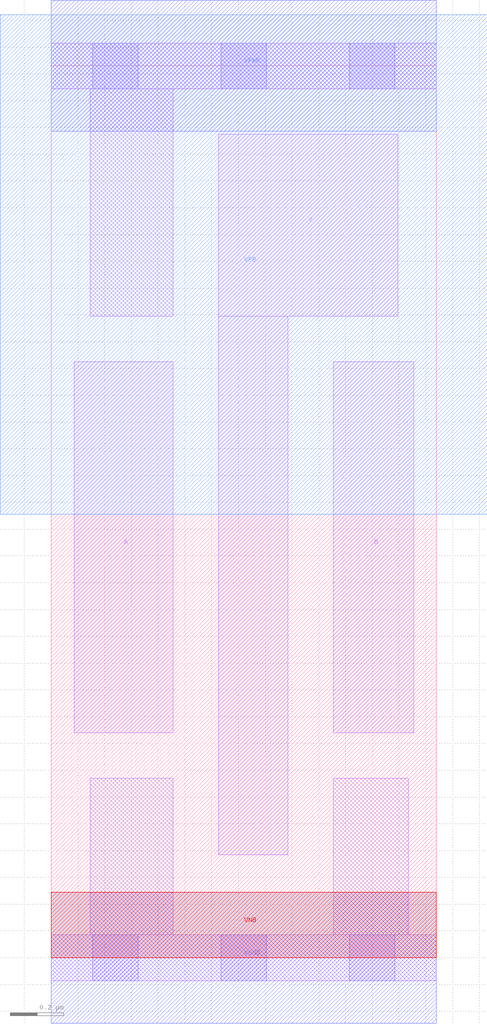
<source format=lef>
# Copyright 2020 The SkyWater PDK Authors
#
# Licensed under the Apache License, Version 2.0 (the "License");
# you may not use this file except in compliance with the License.
# You may obtain a copy of the License at
#
#     https://www.apache.org/licenses/LICENSE-2.0
#
# Unless required by applicable law or agreed to in writing, software
# distributed under the License is distributed on an "AS IS" BASIS,
# WITHOUT WARRANTIES OR CONDITIONS OF ANY KIND, either express or implied.
# See the License for the specific language governing permissions and
# limitations under the License.
#
# SPDX-License-Identifier: Apache-2.0

VERSION 5.7 ;
  NOWIREEXTENSIONATPIN ON ;
  DIVIDERCHAR "/" ;
  BUSBITCHARS "[]" ;
MACRO sky130_fd_sc_lp__nor2_0
  CLASS CORE ;
  FOREIGN sky130_fd_sc_lp__nor2_0 ;
  ORIGIN  0.000000  0.000000 ;
  SIZE  1.440000 BY  3.330000 ;
  SYMMETRY X Y R90 ;
  SITE unit ;
  PIN A
    ANTENNAGATEAREA  0.159000 ;
    DIRECTION INPUT ;
    USE SIGNAL ;
    PORT
      LAYER li1 ;
        RECT 0.085000 0.840000 0.455000 2.225000 ;
    END
  END A
  PIN B
    ANTENNAGATEAREA  0.159000 ;
    DIRECTION INPUT ;
    USE SIGNAL ;
    PORT
      LAYER li1 ;
        RECT 1.055000 0.840000 1.355000 2.225000 ;
    END
  END B
  PIN Y
    ANTENNADIFFAREA  0.287200 ;
    DIRECTION OUTPUT ;
    USE SIGNAL ;
    PORT
      LAYER li1 ;
        RECT 0.625000 0.385000 0.885000 2.395000 ;
        RECT 0.625000 2.395000 1.295000 3.075000 ;
    END
  END Y
  PIN VGND
    DIRECTION INOUT ;
    USE GROUND ;
    PORT
      LAYER met1 ;
        RECT 0.000000 -0.245000 1.440000 0.245000 ;
    END
  END VGND
  PIN VNB
    DIRECTION INOUT ;
    USE GROUND ;
    PORT
      LAYER pwell ;
        RECT 0.000000 0.000000 1.440000 0.245000 ;
    END
  END VNB
  PIN VPB
    DIRECTION INOUT ;
    USE POWER ;
    PORT
      LAYER nwell ;
        RECT -0.190000 1.655000 1.630000 3.520000 ;
    END
  END VPB
  PIN VPWR
    DIRECTION INOUT ;
    USE POWER ;
    PORT
      LAYER met1 ;
        RECT 0.000000 3.085000 1.440000 3.575000 ;
    END
  END VPWR
  OBS
    LAYER li1 ;
      RECT 0.000000 -0.085000 1.440000 0.085000 ;
      RECT 0.000000  3.245000 1.440000 3.415000 ;
      RECT 0.145000  0.085000 0.455000 0.670000 ;
      RECT 0.145000  2.395000 0.455000 3.245000 ;
      RECT 1.055000  0.085000 1.335000 0.670000 ;
    LAYER mcon ;
      RECT 0.155000 -0.085000 0.325000 0.085000 ;
      RECT 0.155000  3.245000 0.325000 3.415000 ;
      RECT 0.635000 -0.085000 0.805000 0.085000 ;
      RECT 0.635000  3.245000 0.805000 3.415000 ;
      RECT 1.115000 -0.085000 1.285000 0.085000 ;
      RECT 1.115000  3.245000 1.285000 3.415000 ;
  END
END sky130_fd_sc_lp__nor2_0
END LIBRARY

</source>
